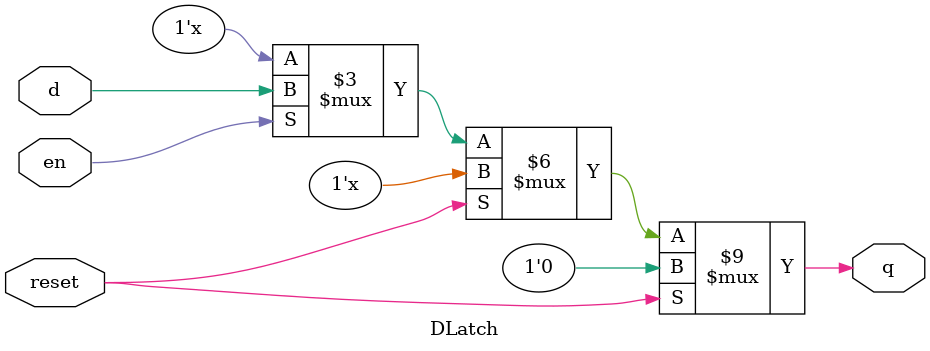
<source format=v>
module DLatch (
    input wire d, en, reset,
    output reg q
);

always @(*) begin
    if (reset)
        q = 1'b0;
    else if (en)
        q = d;
end

endmodule


</source>
